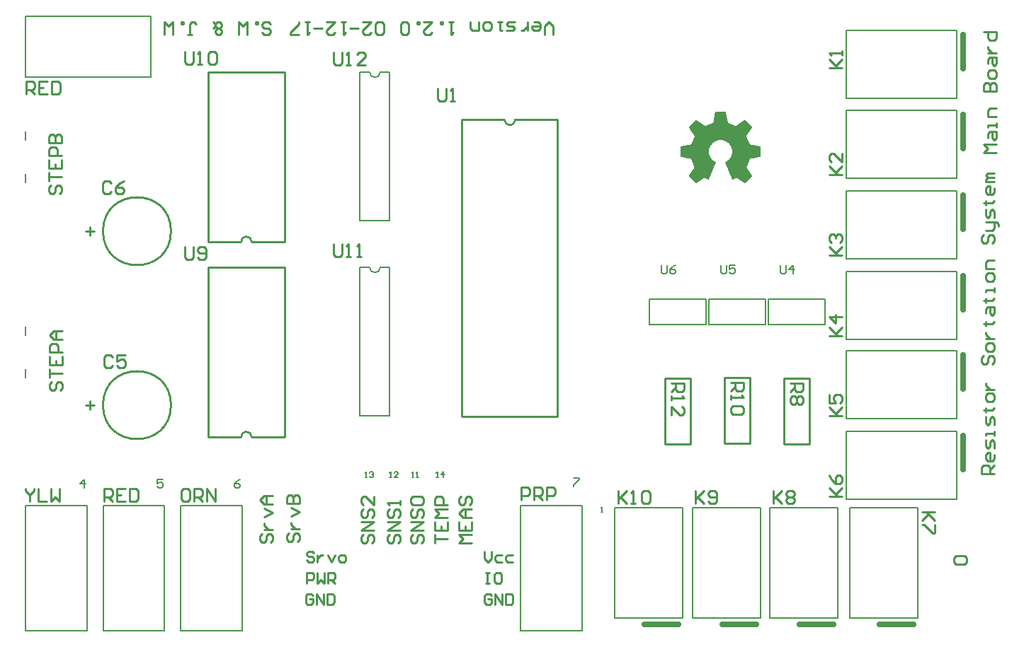
<source format=gto>
G04 Layer_Color=65535*
%FSLAX25Y25*%
%MOIN*%
G70*
G01*
G75*
%ADD19C,0.02500*%
%ADD52C,0.00500*%
%ADD53C,0.01000*%
G36*
X432123Y347209D02*
Y347133D01*
X432198D01*
Y347058D01*
Y346982D01*
Y346907D01*
Y346831D01*
Y346756D01*
Y346680D01*
Y346605D01*
Y346529D01*
X432274D01*
Y346454D01*
Y346378D01*
X432349D01*
Y346303D01*
Y346227D01*
Y346152D01*
Y346076D01*
Y346001D01*
Y345925D01*
Y345850D01*
X432424D01*
Y345775D01*
Y345699D01*
Y345624D01*
Y345548D01*
X432500D01*
Y345473D01*
Y345397D01*
Y345322D01*
Y345246D01*
Y345171D01*
Y345095D01*
Y345020D01*
X432576D01*
Y344944D01*
Y344869D01*
Y344793D01*
Y344718D01*
Y344642D01*
X432651D01*
Y344567D01*
Y344492D01*
Y344416D01*
Y344341D01*
Y344265D01*
X432726D01*
Y344190D01*
Y344114D01*
Y344039D01*
X432802D01*
Y343963D01*
Y343888D01*
Y343812D01*
Y343737D01*
Y343661D01*
Y343586D01*
Y343510D01*
X432877D01*
Y343435D01*
Y343359D01*
Y343284D01*
X432953D01*
Y343208D01*
Y343133D01*
Y343057D01*
Y342982D01*
Y342907D01*
Y342831D01*
X433028D01*
Y342756D01*
Y342680D01*
Y342605D01*
Y342529D01*
Y342454D01*
Y342378D01*
X433104D01*
Y342303D01*
Y342227D01*
X433179D01*
Y342152D01*
Y342076D01*
X433406D01*
Y342001D01*
X433481D01*
Y341925D01*
X433708D01*
Y341850D01*
X433858D01*
Y341774D01*
X434085D01*
Y341699D01*
X434236D01*
Y341623D01*
X434387D01*
Y341548D01*
X434613D01*
Y341473D01*
X434840D01*
Y341397D01*
X434991D01*
Y341322D01*
X435142D01*
Y341246D01*
X435293D01*
Y341171D01*
X435519D01*
Y341095D01*
X435670D01*
Y341020D01*
X435896D01*
Y340944D01*
X436047D01*
Y340869D01*
X436274D01*
Y340793D01*
X436500D01*
Y340718D01*
X436576D01*
Y340642D01*
X437029D01*
Y340718D01*
X437104D01*
Y340793D01*
X437255D01*
Y340869D01*
X437406D01*
Y340944D01*
X437481D01*
Y341020D01*
X437557D01*
Y341095D01*
X437708D01*
Y341171D01*
X437783D01*
Y341246D01*
X437934D01*
Y341322D01*
X438010D01*
Y341397D01*
X438085D01*
Y341473D01*
X438236D01*
Y341548D01*
X438387D01*
Y341623D01*
X438462D01*
Y341699D01*
X438538D01*
Y341774D01*
X438689D01*
Y341850D01*
X438764D01*
Y341925D01*
X438915D01*
Y342001D01*
X438991D01*
Y342076D01*
X439066D01*
Y342152D01*
X439217D01*
Y342227D01*
X439368D01*
Y342303D01*
X439444D01*
Y342378D01*
X439519D01*
Y342454D01*
X439670D01*
Y342529D01*
X439746D01*
Y342605D01*
X439896D01*
Y342680D01*
X439972D01*
Y342756D01*
X440123D01*
Y342831D01*
X440198D01*
Y342907D01*
X440274D01*
Y342982D01*
X440425D01*
Y343057D01*
X440500D01*
Y343133D01*
X440651D01*
Y343208D01*
X440802D01*
Y343284D01*
X440878D01*
Y343359D01*
X441029D01*
Y343435D01*
X441331D01*
Y343359D01*
X441406D01*
Y343284D01*
X441481D01*
Y343208D01*
X441557D01*
Y343133D01*
X441633D01*
Y343057D01*
X441708D01*
Y342982D01*
X441783D01*
Y342907D01*
X441859D01*
Y342831D01*
X441934D01*
Y342756D01*
X442010D01*
Y342680D01*
X442085D01*
Y342605D01*
X442161D01*
Y342529D01*
X442236D01*
Y342454D01*
X442312D01*
Y342378D01*
X442387D01*
Y342303D01*
X442463D01*
Y342227D01*
X442538D01*
Y342152D01*
X442614D01*
Y342076D01*
X442689D01*
Y342001D01*
X442765D01*
Y341925D01*
X442840D01*
Y341850D01*
X442915D01*
Y341774D01*
X442991D01*
Y341699D01*
X443067D01*
Y341623D01*
X443142D01*
Y341548D01*
X443217D01*
Y341473D01*
X443293D01*
Y341397D01*
X443368D01*
Y341322D01*
X443444D01*
Y341246D01*
X443519D01*
Y341171D01*
X443595D01*
Y341095D01*
X443670D01*
Y341020D01*
X443746D01*
Y340944D01*
X443821D01*
Y340869D01*
X443897D01*
Y340793D01*
X443972D01*
Y340718D01*
X444048D01*
Y340642D01*
X444123D01*
Y340567D01*
X444199D01*
Y340491D01*
X444274D01*
Y340416D01*
X444350D01*
Y340340D01*
X444425D01*
Y340265D01*
X444500D01*
Y340189D01*
X444576D01*
Y340114D01*
X444652D01*
Y340038D01*
Y339963D01*
X444576D01*
Y339888D01*
Y339812D01*
X444500D01*
Y339737D01*
Y339661D01*
X444425D01*
Y339586D01*
X444350D01*
Y339510D01*
X444274D01*
Y339435D01*
Y339359D01*
X444199D01*
Y339284D01*
X444123D01*
Y339208D01*
Y339133D01*
X444048D01*
Y339057D01*
Y338982D01*
X443972D01*
Y338906D01*
X443897D01*
Y338831D01*
X443821D01*
Y338755D01*
Y338680D01*
X443746D01*
Y338604D01*
X443670D01*
Y338529D01*
Y338454D01*
X443595D01*
Y338378D01*
X443519D01*
Y338303D01*
X443444D01*
Y338227D01*
Y338152D01*
X443368D01*
Y338076D01*
X443293D01*
Y338001D01*
X443217D01*
Y337925D01*
Y337850D01*
X443142D01*
Y337774D01*
Y337699D01*
X443067D01*
Y337623D01*
X442991D01*
Y337548D01*
Y337472D01*
X442915D01*
Y337397D01*
Y337321D01*
X442840D01*
Y337246D01*
X442765D01*
Y337170D01*
X442689D01*
Y337095D01*
X442614D01*
Y337019D01*
Y336944D01*
X442538D01*
Y336869D01*
X442463D01*
Y336793D01*
Y336718D01*
X442387D01*
Y336642D01*
X442312D01*
Y336567D01*
Y336491D01*
X442236D01*
Y336416D01*
X442161D01*
Y336340D01*
X442085D01*
Y336265D01*
Y336189D01*
X442010D01*
Y336114D01*
Y336038D01*
X441934D01*
Y335963D01*
X441859D01*
Y335887D01*
Y335812D01*
Y335736D01*
Y335661D01*
Y335585D01*
Y335510D01*
X441934D01*
Y335435D01*
X442010D01*
Y335359D01*
Y335284D01*
Y335208D01*
X442085D01*
Y335133D01*
Y335057D01*
Y334982D01*
X442161D01*
Y334906D01*
Y334831D01*
Y334755D01*
X442236D01*
Y334680D01*
Y334604D01*
X442312D01*
Y334529D01*
Y334453D01*
X442387D01*
Y334378D01*
Y334302D01*
Y334227D01*
X442463D01*
Y334152D01*
Y334076D01*
X442538D01*
Y334000D01*
Y333925D01*
X442614D01*
Y333850D01*
Y333774D01*
X442689D01*
Y333699D01*
Y333623D01*
X442765D01*
Y333548D01*
Y333472D01*
Y333397D01*
X442840D01*
Y333321D01*
X442915D01*
Y333246D01*
Y333170D01*
Y333095D01*
X442991D01*
Y333019D01*
Y332944D01*
Y332868D01*
X443067D01*
Y332793D01*
Y332717D01*
Y332642D01*
X443142D01*
Y332566D01*
Y332491D01*
X443217D01*
Y332416D01*
Y332340D01*
X443293D01*
Y332265D01*
Y332189D01*
X443368D01*
Y332114D01*
Y332038D01*
X443444D01*
Y331963D01*
X443595D01*
Y331887D01*
X443897D01*
Y331812D01*
X444199D01*
Y331736D01*
X444727D01*
Y331661D01*
X444953D01*
Y331585D01*
X445482D01*
Y331510D01*
X445859D01*
Y331434D01*
X446236D01*
Y331359D01*
X446614D01*
Y331283D01*
X446991D01*
Y331208D01*
X447519D01*
Y331133D01*
X447670D01*
Y331057D01*
X448274D01*
Y330981D01*
X448425D01*
Y330906D01*
Y330831D01*
Y330755D01*
Y330680D01*
Y330604D01*
Y330529D01*
Y330453D01*
Y330378D01*
Y330302D01*
Y330227D01*
Y330151D01*
Y330076D01*
Y330000D01*
Y329925D01*
Y329849D01*
Y329774D01*
Y329698D01*
Y329623D01*
Y329548D01*
Y329472D01*
Y329397D01*
Y329321D01*
Y329246D01*
Y329170D01*
Y329095D01*
Y329019D01*
Y328944D01*
Y328868D01*
Y328793D01*
Y328717D01*
Y328642D01*
Y328566D01*
Y328491D01*
Y328415D01*
Y328340D01*
Y328264D01*
Y328189D01*
Y328114D01*
Y328038D01*
Y327962D01*
Y327887D01*
Y327812D01*
Y327736D01*
Y327661D01*
Y327585D01*
Y327510D01*
Y327434D01*
Y327359D01*
Y327283D01*
Y327208D01*
Y327132D01*
Y327057D01*
Y326981D01*
Y326906D01*
Y326830D01*
Y326755D01*
Y326679D01*
Y326604D01*
Y326529D01*
Y326453D01*
Y326378D01*
Y326302D01*
Y326227D01*
Y326151D01*
Y326076D01*
X448350D01*
Y326000D01*
X447972D01*
Y325925D01*
X447670D01*
Y325849D01*
X447142D01*
Y325774D01*
X446840D01*
Y325698D01*
X446463D01*
Y325623D01*
X445859D01*
Y325547D01*
X445784D01*
Y325472D01*
X445255D01*
Y325396D01*
X444652D01*
Y325321D01*
X444425D01*
Y325245D01*
X443897D01*
Y325170D01*
X443670D01*
Y325095D01*
X443519D01*
Y325019D01*
X443444D01*
Y324943D01*
Y324868D01*
Y324793D01*
X443368D01*
Y324717D01*
Y324642D01*
Y324566D01*
X443293D01*
Y324491D01*
Y324415D01*
X443217D01*
Y324340D01*
Y324264D01*
Y324189D01*
X443142D01*
Y324113D01*
Y324038D01*
X443067D01*
Y323962D01*
Y323887D01*
Y323811D01*
X442991D01*
Y323736D01*
Y323660D01*
Y323585D01*
X442915D01*
Y323510D01*
Y323434D01*
Y323358D01*
X442840D01*
Y323283D01*
Y323208D01*
X442765D01*
Y323132D01*
Y323057D01*
Y322981D01*
X442689D01*
Y322906D01*
X442614D01*
Y322830D01*
Y322755D01*
Y322679D01*
X442538D01*
Y322604D01*
Y322528D01*
X442463D01*
Y322453D01*
Y322377D01*
Y322302D01*
X442387D01*
Y322226D01*
Y322151D01*
X442312D01*
Y322076D01*
Y322000D01*
Y321924D01*
X442236D01*
Y321849D01*
Y321774D01*
X442161D01*
Y321698D01*
Y321623D01*
X442085D01*
Y321547D01*
Y321472D01*
Y321396D01*
Y321321D01*
X442010D01*
Y321245D01*
Y321170D01*
Y321094D01*
Y321019D01*
Y320943D01*
Y320868D01*
X442085D01*
Y320792D01*
Y320717D01*
X442161D01*
Y320641D01*
X442236D01*
Y320566D01*
Y320491D01*
X442312D01*
Y320415D01*
X442387D01*
Y320340D01*
Y320264D01*
X442463D01*
Y320189D01*
X442538D01*
Y320113D01*
Y320038D01*
X442614D01*
Y319962D01*
X442689D01*
Y319887D01*
X442765D01*
Y319811D01*
Y319736D01*
X442840D01*
Y319660D01*
X442915D01*
Y319585D01*
Y319509D01*
X442991D01*
Y319434D01*
X443067D01*
Y319358D01*
Y319283D01*
X443142D01*
Y319207D01*
X443217D01*
Y319132D01*
Y319057D01*
X443293D01*
Y318981D01*
X443368D01*
Y318905D01*
Y318830D01*
X443444D01*
Y318755D01*
X443519D01*
Y318679D01*
X443595D01*
Y318604D01*
Y318528D01*
X443670D01*
Y318453D01*
Y318377D01*
X443746D01*
Y318302D01*
X443821D01*
Y318226D01*
X443897D01*
Y318151D01*
Y318075D01*
X443972D01*
Y318000D01*
X444048D01*
Y317924D01*
Y317849D01*
X444123D01*
Y317773D01*
X444199D01*
Y317698D01*
Y317622D01*
X444274D01*
Y317547D01*
X444350D01*
Y317472D01*
X444425D01*
Y317396D01*
Y317321D01*
X444500D01*
Y317245D01*
X444576D01*
Y317170D01*
Y317094D01*
X444652D01*
Y317019D01*
Y316943D01*
X444576D01*
Y316868D01*
Y316792D01*
X444500D01*
Y316717D01*
X444425D01*
Y316641D01*
X444350D01*
Y316566D01*
X444274D01*
Y316490D01*
X444199D01*
Y316415D01*
X444123D01*
Y316339D01*
X444048D01*
Y316264D01*
X443972D01*
Y316188D01*
X443897D01*
Y316113D01*
X443821D01*
Y316038D01*
X443746D01*
Y315962D01*
X443670D01*
Y315886D01*
X443595D01*
Y315811D01*
X443519D01*
Y315736D01*
X443444D01*
Y315660D01*
X443368D01*
Y315585D01*
X443293D01*
Y315509D01*
X443217D01*
Y315434D01*
X443142D01*
Y315358D01*
X443067D01*
Y315283D01*
X442991D01*
Y315207D01*
X442915D01*
Y315132D01*
X442840D01*
Y315056D01*
X442765D01*
Y314981D01*
X442689D01*
Y314905D01*
X442614D01*
Y314830D01*
X442538D01*
Y314754D01*
X442463D01*
Y314679D01*
X442387D01*
Y314603D01*
X442312D01*
Y314528D01*
X442236D01*
Y314453D01*
X442161D01*
Y314377D01*
X442085D01*
Y314301D01*
X442010D01*
Y314226D01*
X441934D01*
Y314151D01*
X441859D01*
Y314075D01*
X441783D01*
Y314000D01*
X441708D01*
Y313924D01*
X441633D01*
Y313849D01*
X441557D01*
Y313773D01*
X441481D01*
Y313698D01*
X441406D01*
Y313622D01*
X441331D01*
Y313547D01*
X441255D01*
Y313471D01*
X441180D01*
Y313547D01*
X441029D01*
Y313622D01*
X440953D01*
Y313698D01*
X440802D01*
Y313773D01*
X440727D01*
Y313849D01*
X440651D01*
Y313924D01*
X440500D01*
Y314000D01*
X440349D01*
Y314075D01*
X440274D01*
Y314151D01*
X440198D01*
Y314226D01*
X440048D01*
Y314301D01*
X439972D01*
Y314377D01*
X439821D01*
Y314453D01*
X439746D01*
Y314528D01*
X439595D01*
Y314603D01*
X439444D01*
Y314679D01*
X439368D01*
Y314754D01*
X439293D01*
Y314830D01*
X439142D01*
Y314905D01*
X439066D01*
Y314981D01*
X438991D01*
Y315056D01*
X438840D01*
Y315132D01*
X438764D01*
Y315207D01*
X438614D01*
Y315283D01*
X438538D01*
Y315358D01*
X438387D01*
Y315434D01*
X438312D01*
Y315509D01*
X438161D01*
Y315585D01*
X438085D01*
Y315660D01*
X437934D01*
Y315736D01*
X437859D01*
Y315811D01*
X437783D01*
Y315886D01*
X437632D01*
Y315962D01*
X437557D01*
Y316038D01*
X437406D01*
Y316113D01*
X436953D01*
Y316038D01*
X436802D01*
Y315962D01*
X436651D01*
Y315886D01*
X436500D01*
Y315811D01*
X436425D01*
Y315736D01*
X436274D01*
Y315660D01*
X436047D01*
Y315585D01*
X435972D01*
Y315509D01*
X435821D01*
Y315434D01*
X435595D01*
Y315358D01*
X435519D01*
Y315283D01*
X435368D01*
Y315207D01*
X435217D01*
Y315283D01*
Y315358D01*
Y315434D01*
X435142D01*
Y315509D01*
Y315585D01*
Y315660D01*
X435066D01*
Y315736D01*
X434991D01*
Y315811D01*
Y315886D01*
Y315962D01*
Y316038D01*
X434915D01*
Y316113D01*
Y316188D01*
X434840D01*
Y316264D01*
Y316339D01*
X434764D01*
Y316415D01*
Y316490D01*
Y316566D01*
X434689D01*
Y316641D01*
Y316717D01*
X434613D01*
Y316792D01*
Y316868D01*
Y316943D01*
X434538D01*
Y317019D01*
X434462D01*
Y317094D01*
Y317170D01*
Y317245D01*
X434387D01*
Y317321D01*
X434311D01*
Y317396D01*
Y317472D01*
Y317547D01*
X434236D01*
Y317622D01*
Y317698D01*
Y317773D01*
X434160D01*
Y317849D01*
Y317924D01*
Y318000D01*
X434085D01*
Y318075D01*
Y318151D01*
X434010D01*
Y318226D01*
Y318302D01*
Y318377D01*
X433934D01*
Y318453D01*
Y318528D01*
X433858D01*
Y318604D01*
Y318679D01*
Y318755D01*
X433783D01*
Y318830D01*
X433708D01*
Y318905D01*
Y318981D01*
Y319057D01*
X433632D01*
Y319132D01*
Y319207D01*
Y319283D01*
X433557D01*
Y319358D01*
Y319434D01*
X433481D01*
Y319509D01*
Y319585D01*
Y319660D01*
X433406D01*
Y319736D01*
Y319811D01*
X433330D01*
Y319887D01*
Y319962D01*
X433255D01*
Y320038D01*
Y320113D01*
Y320189D01*
X433179D01*
Y320264D01*
Y320340D01*
X433104D01*
Y320415D01*
Y320491D01*
X433028D01*
Y320566D01*
Y320641D01*
X432953D01*
Y320717D01*
Y320792D01*
Y320868D01*
X432877D01*
Y320943D01*
Y321019D01*
X432802D01*
Y321094D01*
Y321170D01*
Y321245D01*
X432726D01*
Y321321D01*
Y321396D01*
Y321472D01*
X432651D01*
Y321547D01*
Y321623D01*
Y321698D01*
X432576D01*
Y321774D01*
Y321849D01*
X432500D01*
Y321924D01*
Y322000D01*
X432424D01*
Y322076D01*
Y322151D01*
X432349D01*
Y322226D01*
Y322302D01*
Y322377D01*
X432274D01*
Y322453D01*
Y322528D01*
X432198D01*
Y322604D01*
Y322679D01*
Y322755D01*
X432123D01*
Y322830D01*
X432047D01*
Y322906D01*
Y322981D01*
Y323057D01*
X431972D01*
Y323132D01*
Y323208D01*
X431896D01*
Y323283D01*
Y323358D01*
Y323434D01*
X431972D01*
Y323510D01*
X432123D01*
Y323585D01*
X432198D01*
Y323660D01*
X432349D01*
Y323736D01*
X432424D01*
Y323811D01*
X432500D01*
Y323887D01*
X432651D01*
Y323962D01*
X432726D01*
Y324038D01*
X432877D01*
Y324113D01*
X432953D01*
Y324189D01*
X433028D01*
Y324264D01*
X433179D01*
Y324340D01*
X433255D01*
Y324415D01*
X433330D01*
Y324491D01*
Y324566D01*
X433481D01*
Y324642D01*
X433557D01*
Y324717D01*
X433632D01*
Y324793D01*
X433708D01*
Y324868D01*
X433783D01*
Y324943D01*
X433858D01*
Y325019D01*
Y325095D01*
X433934D01*
Y325170D01*
X434010D01*
Y325245D01*
X434085D01*
Y325321D01*
X434160D01*
Y325396D01*
Y325472D01*
Y325547D01*
X434236D01*
Y325623D01*
X434311D01*
Y325698D01*
Y325774D01*
X434387D01*
Y325849D01*
X434462D01*
Y325925D01*
Y326000D01*
X434538D01*
Y326076D01*
Y326151D01*
X434613D01*
Y326227D01*
Y326302D01*
X434689D01*
Y326378D01*
X434764D01*
Y326453D01*
Y326529D01*
Y326604D01*
Y326679D01*
X434840D01*
Y326755D01*
Y326830D01*
X434915D01*
Y326906D01*
Y326981D01*
Y327057D01*
Y327132D01*
X434991D01*
Y327208D01*
Y327283D01*
Y327359D01*
Y327434D01*
X435066D01*
Y327510D01*
Y327585D01*
Y327661D01*
Y327736D01*
Y327812D01*
Y327887D01*
Y327962D01*
Y328038D01*
X435142D01*
Y328114D01*
Y328189D01*
Y328264D01*
Y328340D01*
Y328415D01*
Y328491D01*
Y328566D01*
Y328642D01*
Y328717D01*
Y328793D01*
Y328868D01*
Y328944D01*
X435066D01*
Y329019D01*
Y329095D01*
Y329170D01*
Y329246D01*
Y329321D01*
Y329397D01*
Y329472D01*
Y329548D01*
Y329623D01*
X434991D01*
Y329698D01*
Y329774D01*
Y329849D01*
X434915D01*
Y329925D01*
Y330000D01*
Y330076D01*
Y330151D01*
X434840D01*
Y330227D01*
Y330302D01*
X434764D01*
Y330378D01*
Y330453D01*
Y330529D01*
Y330604D01*
X434689D01*
Y330680D01*
Y330755D01*
X434613D01*
Y330831D01*
X434538D01*
Y330906D01*
Y330981D01*
X434462D01*
Y331057D01*
Y331133D01*
X434387D01*
Y331208D01*
X434311D01*
Y331283D01*
Y331359D01*
X434236D01*
Y331434D01*
Y331510D01*
X434160D01*
Y331585D01*
Y331661D01*
X434085D01*
Y331736D01*
X434010D01*
Y331812D01*
X433934D01*
Y331887D01*
X433858D01*
Y331963D01*
Y332038D01*
X433783D01*
Y332114D01*
X433708D01*
Y332189D01*
X433632D01*
Y332265D01*
X433557D01*
Y332340D01*
X433481D01*
Y332416D01*
X433406D01*
Y332491D01*
X433330D01*
Y332566D01*
X433255D01*
Y332642D01*
X433179D01*
Y332717D01*
X433028D01*
Y332793D01*
X432877D01*
Y332868D01*
X432802D01*
Y332944D01*
X432726D01*
Y333019D01*
X432576D01*
Y333095D01*
X432500D01*
Y333170D01*
X432349D01*
Y333246D01*
X432274D01*
Y333321D01*
X432123D01*
Y333397D01*
X431896D01*
Y333472D01*
X431821D01*
Y333548D01*
X431594D01*
Y333623D01*
X431368D01*
Y333699D01*
X431066D01*
Y333774D01*
X430839D01*
Y333850D01*
X430311D01*
Y333925D01*
X429028D01*
Y333850D01*
X428424D01*
Y333774D01*
X428273D01*
Y333699D01*
X427972D01*
Y333623D01*
X427745D01*
Y333548D01*
X427519D01*
Y333472D01*
X427443D01*
Y333397D01*
X427217D01*
Y333321D01*
X427066D01*
Y333246D01*
X426990D01*
Y333170D01*
X426839D01*
Y333095D01*
X426764D01*
Y333019D01*
X426613D01*
Y332944D01*
X426462D01*
Y332868D01*
X426386D01*
Y332793D01*
X426311D01*
Y332717D01*
X426160D01*
Y332642D01*
X426085D01*
Y332566D01*
X426009D01*
Y332491D01*
X425934D01*
Y332416D01*
X425858D01*
Y332340D01*
X425783D01*
Y332265D01*
X425707D01*
Y332189D01*
Y332114D01*
X425632D01*
Y332038D01*
X425556D01*
Y331963D01*
X425481D01*
Y331887D01*
X425405D01*
Y331812D01*
X425330D01*
Y331736D01*
X425254D01*
Y331661D01*
Y331585D01*
X425179D01*
Y331510D01*
X425103D01*
Y331434D01*
X425028D01*
Y331359D01*
Y331283D01*
X424953D01*
Y331208D01*
Y331133D01*
X424877D01*
Y331057D01*
X424802D01*
Y330981D01*
Y330906D01*
Y330831D01*
X424726D01*
Y330755D01*
X424651D01*
Y330680D01*
Y330604D01*
Y330529D01*
X424575D01*
Y330453D01*
Y330378D01*
Y330302D01*
Y330227D01*
X424500D01*
Y330151D01*
Y330076D01*
Y330000D01*
X424424D01*
Y329925D01*
Y329849D01*
X424349D01*
Y329774D01*
Y329698D01*
Y329623D01*
Y329548D01*
Y329472D01*
Y329397D01*
X424273D01*
Y329321D01*
Y329246D01*
Y329170D01*
Y329095D01*
Y329019D01*
X424198D01*
Y328944D01*
Y328868D01*
Y328793D01*
Y328717D01*
Y328642D01*
Y328566D01*
Y328491D01*
Y328415D01*
Y328340D01*
Y328264D01*
Y328189D01*
Y328114D01*
Y328038D01*
X424273D01*
Y327962D01*
Y327887D01*
Y327812D01*
Y327736D01*
Y327661D01*
Y327585D01*
X424349D01*
Y327510D01*
Y327434D01*
Y327359D01*
Y327283D01*
Y327208D01*
Y327132D01*
X424424D01*
Y327057D01*
Y326981D01*
X424500D01*
Y326906D01*
Y326830D01*
Y326755D01*
X424575D01*
Y326679D01*
Y326604D01*
Y326529D01*
Y326453D01*
X424651D01*
Y326378D01*
Y326302D01*
Y326227D01*
X424726D01*
Y326151D01*
X424802D01*
Y326076D01*
Y326000D01*
Y325925D01*
X424877D01*
Y325849D01*
Y325774D01*
X424953D01*
Y325698D01*
X425028D01*
Y325623D01*
Y325547D01*
X425103D01*
Y325472D01*
X425179D01*
Y325396D01*
Y325321D01*
X425254D01*
Y325245D01*
X425330D01*
Y325170D01*
X425405D01*
Y325095D01*
X425481D01*
Y325019D01*
Y324943D01*
X425556D01*
Y324868D01*
X425632D01*
Y324793D01*
X425707D01*
Y324717D01*
X425783D01*
Y324642D01*
X425858D01*
Y324566D01*
X425934D01*
Y324491D01*
X426009D01*
Y324415D01*
X426085D01*
Y324340D01*
X426160D01*
Y324264D01*
X426311D01*
Y324189D01*
X426386D01*
Y324113D01*
X426462D01*
Y324038D01*
X426613D01*
Y323962D01*
X426688D01*
Y323887D01*
X426764D01*
Y323811D01*
X426915D01*
Y323736D01*
X426990D01*
Y323660D01*
X427141D01*
Y323585D01*
X427217D01*
Y323510D01*
X427368D01*
Y323434D01*
X427443D01*
Y323358D01*
Y323283D01*
X427368D01*
Y323208D01*
Y323132D01*
X427292D01*
Y323057D01*
Y322981D01*
Y322906D01*
X427217D01*
Y322830D01*
Y322755D01*
Y322679D01*
X427141D01*
Y322604D01*
X427066D01*
Y322528D01*
Y322453D01*
Y322377D01*
Y322302D01*
X426990D01*
Y322226D01*
Y322151D01*
X426915D01*
Y322076D01*
Y322000D01*
X426839D01*
Y321924D01*
Y321849D01*
X426764D01*
Y321774D01*
Y321698D01*
Y321623D01*
X426688D01*
Y321547D01*
Y321472D01*
X426613D01*
Y321396D01*
Y321321D01*
X426538D01*
Y321245D01*
Y321170D01*
Y321094D01*
X426462D01*
Y321019D01*
Y320943D01*
X426386D01*
Y320868D01*
Y320792D01*
Y320717D01*
X426311D01*
Y320641D01*
Y320566D01*
X426236D01*
Y320491D01*
Y320415D01*
Y320340D01*
X426160D01*
Y320264D01*
Y320189D01*
X426085D01*
Y320113D01*
Y320038D01*
Y319962D01*
X426009D01*
Y319887D01*
X425934D01*
Y319811D01*
Y319736D01*
Y319660D01*
X425858D01*
Y319585D01*
Y319509D01*
Y319434D01*
X425783D01*
Y319358D01*
Y319283D01*
X425707D01*
Y319207D01*
Y319132D01*
Y319057D01*
X425632D01*
Y318981D01*
Y318905D01*
X425556D01*
Y318830D01*
Y318755D01*
Y318679D01*
X425481D01*
Y318604D01*
Y318528D01*
Y318453D01*
X425405D01*
Y318377D01*
X425330D01*
Y318302D01*
Y318226D01*
Y318151D01*
X425254D01*
Y318075D01*
Y318000D01*
X425179D01*
Y317924D01*
Y317849D01*
X425103D01*
Y317773D01*
Y317698D01*
X425028D01*
Y317622D01*
Y317547D01*
Y317472D01*
X424953D01*
Y317396D01*
Y317321D01*
X424877D01*
Y317245D01*
Y317170D01*
Y317094D01*
X424802D01*
Y317019D01*
Y316943D01*
Y316868D01*
X424726D01*
Y316792D01*
X424651D01*
Y316717D01*
Y316641D01*
Y316566D01*
Y316490D01*
X424575D01*
Y316415D01*
Y316339D01*
X424500D01*
Y316264D01*
Y316188D01*
Y316113D01*
X424424D01*
Y316038D01*
Y315962D01*
X424349D01*
Y315886D01*
Y315811D01*
Y315736D01*
X424273D01*
Y315660D01*
X424198D01*
Y315585D01*
Y315509D01*
Y315434D01*
X424122D01*
Y315358D01*
Y315283D01*
X424047D01*
Y315207D01*
X423971D01*
Y315283D01*
X423820D01*
Y315358D01*
X423669D01*
Y315434D01*
X423519D01*
Y315509D01*
X423368D01*
Y315585D01*
X423217D01*
Y315660D01*
X423066D01*
Y315736D01*
X422990D01*
Y315811D01*
X422839D01*
Y315886D01*
X422688D01*
Y315962D01*
X422537D01*
Y316038D01*
X422386D01*
Y316113D01*
X421934D01*
Y316038D01*
X421783D01*
Y315962D01*
X421707D01*
Y315886D01*
X421632D01*
Y315811D01*
X421481D01*
Y315736D01*
X421330D01*
Y315660D01*
X421254D01*
Y315585D01*
X421179D01*
Y315509D01*
X421028D01*
Y315434D01*
X420952D01*
Y315358D01*
X420801D01*
Y315283D01*
X420726D01*
Y315207D01*
X420575D01*
Y315132D01*
X420500D01*
Y315056D01*
X420349D01*
Y314981D01*
X420273D01*
Y314905D01*
X420122D01*
Y314830D01*
X420047D01*
Y314754D01*
X419971D01*
Y314679D01*
X419896D01*
Y314603D01*
X419745D01*
Y314528D01*
X419594D01*
Y314453D01*
X419518D01*
Y314377D01*
X419367D01*
Y314301D01*
X419292D01*
Y314226D01*
X419141D01*
Y314151D01*
X419066D01*
Y314075D01*
X418915D01*
Y314000D01*
X418839D01*
Y313924D01*
X418764D01*
Y313849D01*
X418613D01*
Y313773D01*
X418537D01*
Y313698D01*
X418462D01*
Y313622D01*
X418311D01*
Y313547D01*
X418009D01*
Y313622D01*
X417933D01*
Y313698D01*
X417858D01*
Y313773D01*
X417782D01*
Y313849D01*
X417707D01*
Y313924D01*
X417631D01*
Y314000D01*
X417556D01*
Y314075D01*
X417481D01*
Y314151D01*
X417405D01*
Y314226D01*
X417330D01*
Y314301D01*
X417254D01*
Y314377D01*
X417179D01*
Y314453D01*
X417103D01*
Y314528D01*
X417028D01*
Y314603D01*
X416952D01*
Y314679D01*
X416877D01*
Y314754D01*
X416801D01*
Y314830D01*
X416726D01*
Y314905D01*
X416650D01*
Y314981D01*
X416575D01*
Y315056D01*
Y315132D01*
X416424D01*
Y315207D01*
X416348D01*
Y315283D01*
X416273D01*
Y315358D01*
X416197D01*
Y315434D01*
X416122D01*
Y315509D01*
X416046D01*
Y315585D01*
X415971D01*
Y315660D01*
X415896D01*
Y315736D01*
X415820D01*
Y315811D01*
X415745D01*
Y315886D01*
X415669D01*
Y315962D01*
X415594D01*
Y316038D01*
X415518D01*
Y316113D01*
X415443D01*
Y316188D01*
X415367D01*
Y316264D01*
X415292D01*
Y316339D01*
X415216D01*
Y316415D01*
X415141D01*
Y316490D01*
X415065D01*
Y316566D01*
X414990D01*
Y316641D01*
X414914D01*
Y316717D01*
X414839D01*
Y316792D01*
X414763D01*
Y316868D01*
X414688D01*
Y316943D01*
X414612D01*
Y317019D01*
X414688D01*
Y317094D01*
X414763D01*
Y317170D01*
Y317245D01*
X414839D01*
Y317321D01*
X414914D01*
Y317396D01*
Y317472D01*
X414990D01*
Y317547D01*
X415065D01*
Y317622D01*
X415141D01*
Y317698D01*
Y317773D01*
X415216D01*
Y317849D01*
X415292D01*
Y317924D01*
Y318000D01*
X415367D01*
Y318075D01*
X415443D01*
Y318151D01*
Y318226D01*
X415518D01*
Y318302D01*
X415594D01*
Y318377D01*
Y318453D01*
X415669D01*
Y318528D01*
X415745D01*
Y318604D01*
Y318679D01*
X415820D01*
Y318755D01*
X415896D01*
Y318830D01*
Y318905D01*
X415971D01*
Y318981D01*
X416046D01*
Y319057D01*
Y319132D01*
X416122D01*
Y319207D01*
X416197D01*
Y319283D01*
X416273D01*
Y319358D01*
X416348D01*
Y319434D01*
Y319509D01*
X416424D01*
Y319585D01*
Y319660D01*
X416499D01*
Y319736D01*
X416575D01*
Y319811D01*
Y319887D01*
X416650D01*
Y319962D01*
X416726D01*
Y320038D01*
X416801D01*
Y320113D01*
Y320189D01*
Y320264D01*
X416877D01*
Y320340D01*
X416952D01*
Y320415D01*
X417028D01*
Y320491D01*
Y320566D01*
X417103D01*
Y320641D01*
X417179D01*
Y320717D01*
X417254D01*
Y320792D01*
Y320868D01*
X417330D01*
Y320943D01*
Y321019D01*
Y321094D01*
Y321170D01*
Y321245D01*
Y321321D01*
Y321396D01*
X417254D01*
Y321472D01*
X417179D01*
Y321547D01*
Y321623D01*
Y321698D01*
X417103D01*
Y321774D01*
Y321849D01*
X417028D01*
Y321924D01*
Y322000D01*
Y322076D01*
X416952D01*
Y322151D01*
Y322226D01*
Y322302D01*
X416877D01*
Y322377D01*
Y322453D01*
X416801D01*
Y322528D01*
Y322604D01*
Y322679D01*
X416726D01*
Y322755D01*
Y322830D01*
Y322906D01*
X416650D01*
Y322981D01*
Y323057D01*
X416575D01*
Y323132D01*
Y323208D01*
Y323283D01*
X416499D01*
Y323358D01*
Y323434D01*
X416424D01*
Y323510D01*
Y323585D01*
Y323660D01*
X416348D01*
Y323736D01*
Y323811D01*
X416273D01*
Y323887D01*
Y323962D01*
Y324038D01*
X416197D01*
Y324113D01*
X416122D01*
Y324189D01*
Y324264D01*
Y324340D01*
X416046D01*
Y324415D01*
Y324491D01*
Y324566D01*
X415971D01*
Y324642D01*
X415896D01*
Y324717D01*
Y324793D01*
Y324868D01*
X415820D01*
Y324943D01*
Y325019D01*
X415745D01*
Y325095D01*
X415594D01*
Y325170D01*
X415443D01*
Y325245D01*
X414914D01*
Y325321D01*
X414688D01*
Y325396D01*
X414084D01*
Y325472D01*
X413556D01*
Y325547D01*
X413480D01*
Y325623D01*
X412877D01*
Y325698D01*
X412499D01*
Y325774D01*
X412122D01*
Y325849D01*
X411669D01*
Y325925D01*
X411367D01*
Y326000D01*
X410914D01*
Y326076D01*
Y326151D01*
Y326227D01*
Y326302D01*
Y326378D01*
Y326453D01*
Y326529D01*
Y326604D01*
Y326679D01*
Y326755D01*
Y326830D01*
Y326906D01*
Y326981D01*
Y327057D01*
Y327132D01*
Y327208D01*
Y327283D01*
Y327359D01*
Y327434D01*
Y327510D01*
Y327585D01*
Y327661D01*
Y327736D01*
Y327812D01*
Y327887D01*
Y327962D01*
Y328038D01*
Y328114D01*
Y328189D01*
Y328264D01*
Y328340D01*
Y328415D01*
Y328491D01*
Y328566D01*
Y328642D01*
Y328717D01*
Y328793D01*
Y328868D01*
Y328944D01*
Y329019D01*
Y329095D01*
Y329170D01*
Y329246D01*
Y329321D01*
Y329397D01*
Y329472D01*
Y329548D01*
Y329623D01*
Y329698D01*
Y329774D01*
Y329849D01*
Y329925D01*
Y330000D01*
Y330076D01*
Y330151D01*
Y330227D01*
Y330302D01*
Y330378D01*
Y330453D01*
Y330529D01*
Y330604D01*
Y330680D01*
Y330755D01*
Y330831D01*
Y330906D01*
Y330981D01*
X411141D01*
Y331057D01*
X411669D01*
Y331133D01*
X411820D01*
Y331208D01*
X412348D01*
Y331283D01*
X412726D01*
Y331359D01*
X413103D01*
Y331434D01*
X413480D01*
Y331510D01*
X413858D01*
Y331585D01*
X414386D01*
Y331661D01*
X414612D01*
Y331736D01*
X415141D01*
Y331812D01*
X415443D01*
Y331887D01*
X415745D01*
Y331963D01*
X415820D01*
Y332038D01*
X415896D01*
Y332114D01*
X415971D01*
Y332189D01*
X416046D01*
Y332265D01*
Y332340D01*
Y332416D01*
X416122D01*
Y332491D01*
Y332566D01*
X416197D01*
Y332642D01*
Y332717D01*
X416273D01*
Y332793D01*
Y332868D01*
X416348D01*
Y332944D01*
Y333019D01*
X416424D01*
Y333095D01*
Y333170D01*
Y333246D01*
X416499D01*
Y333321D01*
X416575D01*
Y333397D01*
Y333472D01*
Y333548D01*
X416650D01*
Y333623D01*
Y333699D01*
X416726D01*
Y333774D01*
Y333850D01*
Y333925D01*
X416801D01*
Y334000D01*
Y334076D01*
Y334152D01*
X416877D01*
Y334227D01*
Y334302D01*
X416952D01*
Y334378D01*
Y334453D01*
Y334529D01*
X417028D01*
Y334604D01*
Y334680D01*
Y334755D01*
X417103D01*
Y334831D01*
X417179D01*
Y334906D01*
Y334982D01*
Y335057D01*
X417254D01*
Y335133D01*
X417330D01*
Y335208D01*
Y335284D01*
Y335359D01*
X417405D01*
Y335435D01*
Y335510D01*
X417481D01*
Y335585D01*
Y335661D01*
Y335736D01*
Y335812D01*
Y335887D01*
Y335963D01*
X417405D01*
Y336038D01*
X417330D01*
Y336114D01*
Y336189D01*
X417254D01*
Y336265D01*
X417179D01*
Y336340D01*
Y336416D01*
X417028D01*
Y336491D01*
Y336567D01*
X416952D01*
Y336642D01*
Y336718D01*
X416877D01*
Y336793D01*
X416801D01*
Y336869D01*
Y336944D01*
X416726D01*
Y337019D01*
Y337095D01*
X416650D01*
Y337170D01*
X416575D01*
Y337246D01*
Y337321D01*
X416499D01*
Y337397D01*
X416424D01*
Y337472D01*
X416348D01*
Y337548D01*
Y337623D01*
X416273D01*
Y337699D01*
X416197D01*
Y337774D01*
Y337850D01*
X416122D01*
Y337925D01*
X416046D01*
Y338001D01*
X415971D01*
Y338076D01*
Y338152D01*
X415896D01*
Y338227D01*
X415820D01*
Y338303D01*
Y338378D01*
X415745D01*
Y338454D01*
X415669D01*
Y338529D01*
Y338604D01*
X415594D01*
Y338680D01*
X415518D01*
Y338755D01*
Y338831D01*
X415443D01*
Y338906D01*
X415367D01*
Y338982D01*
X415292D01*
Y339057D01*
Y339133D01*
X415216D01*
Y339208D01*
Y339284D01*
X415141D01*
Y339359D01*
X415065D01*
Y339435D01*
Y339510D01*
X414990D01*
Y339586D01*
X414914D01*
Y339661D01*
X414839D01*
Y339737D01*
Y339812D01*
X414763D01*
Y339888D01*
Y339963D01*
X414612D01*
Y340038D01*
X414688D01*
Y340114D01*
X414763D01*
Y340189D01*
X414839D01*
Y340265D01*
X414914D01*
Y340340D01*
X414990D01*
Y340416D01*
X415065D01*
Y340491D01*
X415141D01*
Y340567D01*
X415216D01*
Y340642D01*
X415292D01*
Y340718D01*
X415367D01*
Y340793D01*
X415443D01*
Y340869D01*
X415518D01*
Y340944D01*
X415594D01*
Y341020D01*
X415669D01*
Y341095D01*
X415745D01*
Y341171D01*
X415820D01*
Y341246D01*
X415896D01*
Y341322D01*
X415971D01*
Y341397D01*
Y341473D01*
X416122D01*
Y341548D01*
X416197D01*
Y341623D01*
X416273D01*
Y341699D01*
X416348D01*
Y341774D01*
X416424D01*
Y341850D01*
X416499D01*
Y341925D01*
X416575D01*
Y342001D01*
X416650D01*
Y342076D01*
X416726D01*
Y342152D01*
X416801D01*
Y342227D01*
X416877D01*
Y342303D01*
X416952D01*
Y342378D01*
X417028D01*
Y342454D01*
X417103D01*
Y342529D01*
X417179D01*
Y342605D01*
X417254D01*
Y342680D01*
X417330D01*
Y342756D01*
X417405D01*
Y342831D01*
X417481D01*
Y342907D01*
X417556D01*
Y342982D01*
X417631D01*
Y343057D01*
X417707D01*
Y343133D01*
X417782D01*
Y343208D01*
X417858D01*
Y343284D01*
X417933D01*
Y343359D01*
X418009D01*
Y343435D01*
X418311D01*
Y343359D01*
X418462D01*
Y343284D01*
X418613D01*
Y343208D01*
X418688D01*
Y343133D01*
X418764D01*
Y343057D01*
X418915D01*
Y342982D01*
X419066D01*
Y342907D01*
X419141D01*
Y342831D01*
X419216D01*
Y342756D01*
X419367D01*
Y342680D01*
X419443D01*
Y342605D01*
X419594D01*
Y342529D01*
X419669D01*
Y342454D01*
X419820D01*
Y342378D01*
X419896D01*
Y342303D01*
X419971D01*
Y342227D01*
X420122D01*
Y342152D01*
X420198D01*
Y342076D01*
X420349D01*
Y342001D01*
X420424D01*
Y341925D01*
X420575D01*
Y341850D01*
X420650D01*
Y341774D01*
X420801D01*
Y341699D01*
X420877D01*
Y341623D01*
X420952D01*
Y341548D01*
X421103D01*
Y341473D01*
X421254D01*
Y341397D01*
X421330D01*
Y341322D01*
X421481D01*
Y341246D01*
X421556D01*
Y341171D01*
X421632D01*
Y341095D01*
X421707D01*
Y341020D01*
X421858D01*
Y340944D01*
X421934D01*
Y340869D01*
X422085D01*
Y340793D01*
X422235D01*
Y340718D01*
X422311D01*
Y340642D01*
X422764D01*
Y340718D01*
X422839D01*
Y340793D01*
X423066D01*
Y340869D01*
X423292D01*
Y340944D01*
X423443D01*
Y341020D01*
X423669D01*
Y341095D01*
X423820D01*
Y341171D01*
X423971D01*
Y341246D01*
X424198D01*
Y341322D01*
X424349D01*
Y341397D01*
X424500D01*
Y341473D01*
X424726D01*
Y341548D01*
X424953D01*
Y341623D01*
X425028D01*
Y341699D01*
X425254D01*
Y341774D01*
X425481D01*
Y341850D01*
X425632D01*
Y341925D01*
X425858D01*
Y342001D01*
X425934D01*
Y342076D01*
X426085D01*
Y342152D01*
X426160D01*
Y342227D01*
X426236D01*
Y342303D01*
X426311D01*
Y342378D01*
Y342454D01*
Y342529D01*
Y342605D01*
Y342680D01*
X426386D01*
Y342756D01*
Y342831D01*
Y342907D01*
Y342982D01*
X426462D01*
Y343057D01*
Y343133D01*
Y343208D01*
Y343284D01*
Y343359D01*
Y343435D01*
X426538D01*
Y343510D01*
Y343586D01*
Y343661D01*
Y343737D01*
Y343812D01*
X426613D01*
Y343888D01*
Y343963D01*
Y344039D01*
Y344114D01*
Y344190D01*
Y344265D01*
X426688D01*
Y344341D01*
Y344416D01*
Y344492D01*
Y344567D01*
Y344642D01*
Y344718D01*
Y344793D01*
X426764D01*
Y344869D01*
Y344944D01*
Y345020D01*
Y345095D01*
Y345171D01*
Y345246D01*
Y345322D01*
X426839D01*
Y345397D01*
Y345473D01*
Y345548D01*
X426915D01*
Y345624D01*
Y345699D01*
Y345775D01*
Y345850D01*
Y345925D01*
Y346001D01*
Y346076D01*
X426990D01*
Y346152D01*
Y346227D01*
Y346303D01*
Y346378D01*
Y346454D01*
Y346529D01*
X427066D01*
Y346605D01*
Y346680D01*
X427141D01*
Y346756D01*
Y346831D01*
Y346907D01*
Y346982D01*
Y347058D01*
Y347133D01*
Y347209D01*
X427217D01*
Y347284D01*
X432123D01*
Y347209D01*
D02*
G37*
D19*
X394000Y105500D02*
X410000D01*
X430500D02*
X446500D01*
X467000D02*
X483000D01*
X504500D02*
X520500D01*
X544000Y178500D02*
Y194500D01*
Y216500D02*
Y232500D01*
Y254000D02*
Y270000D01*
Y292000D02*
Y308000D01*
Y330000D02*
Y346000D01*
Y367500D02*
Y383500D01*
D52*
X264500Y366000D02*
G03*
X269500Y366000I2500J0D01*
G01*
X264500Y274000D02*
G03*
X269500Y274000I2500J0D01*
G01*
X380000Y108500D02*
Y160500D01*
X412000Y108500D02*
Y160500D01*
X380000Y108500D02*
X412000D01*
X380000Y160500D02*
X412000D01*
X416500D02*
X448500D01*
X416500Y108500D02*
X448500D01*
Y160500D01*
X416500Y108500D02*
Y160500D01*
X453000Y108500D02*
Y160500D01*
X485000Y108500D02*
Y160500D01*
X453000Y108500D02*
X485000D01*
X453000Y160500D02*
X485000D01*
X490500D02*
X522500D01*
X490500Y108500D02*
X522500D01*
Y160500D01*
X490500Y108500D02*
Y160500D01*
X489000Y164500D02*
X541000D01*
X489000Y196500D02*
X541000D01*
Y164500D02*
Y196500D01*
X489000Y164500D02*
Y196500D01*
Y202500D02*
Y234500D01*
X541000Y202500D02*
Y234500D01*
X489000D02*
X541000D01*
X489000Y202500D02*
X541000D01*
X489000Y240000D02*
X541000D01*
X489000Y272000D02*
X541000D01*
Y240000D02*
Y272000D01*
X489000Y240000D02*
Y272000D01*
Y278000D02*
Y310000D01*
X541000Y278000D02*
Y310000D01*
X489000D02*
X541000D01*
X489000Y278000D02*
X541000D01*
X489000Y316000D02*
X541000D01*
X489000Y348000D02*
X541000D01*
Y316000D02*
Y348000D01*
X489000Y316000D02*
Y348000D01*
Y353500D02*
Y385500D01*
X541000Y353500D02*
Y385500D01*
X489000D02*
X541000D01*
X489000Y353500D02*
X541000D01*
X396300Y247000D02*
X422700D01*
Y259000D01*
X396300Y247000D02*
Y259000D01*
X422700D01*
X424300D02*
X450700D01*
X424300Y247000D02*
Y259000D01*
X450700Y247000D02*
Y259000D01*
X424300Y247000D02*
X450700D01*
X452300D02*
X478700D01*
Y259000D01*
X452300Y247000D02*
Y259000D01*
X478700D01*
X102500Y334000D02*
Y338000D01*
Y314000D02*
Y318000D01*
Y222000D02*
Y226000D01*
Y242000D02*
Y246000D01*
X260000Y296000D02*
Y366000D01*
Y296000D02*
X274000D01*
Y366000D01*
X269500D02*
X274000D01*
X260000D02*
X264500D01*
X260000Y204000D02*
Y274000D01*
Y204000D02*
X274000D01*
Y274000D01*
X269500D02*
X274000D01*
X260000D02*
X264500D01*
X102500Y392398D02*
X161555D01*
Y363500D02*
Y392398D01*
X102500Y363500D02*
Y392398D01*
Y363500D02*
X161555D01*
X335551Y102500D02*
Y161555D01*
X364449D01*
X335551Y102500D02*
X364449D01*
Y161555D01*
X175602Y102500D02*
Y161555D01*
X204500D01*
X175602Y102500D02*
X204500D01*
Y161555D01*
X139102Y102500D02*
Y161555D01*
X168000D01*
X139102Y102500D02*
X168000D01*
Y161555D01*
X102602Y102500D02*
Y161555D01*
X131500D01*
X102602Y102500D02*
X131500D01*
Y161555D01*
X130051Y170000D02*
Y173999D01*
X128051Y171999D01*
X130717D01*
X167050Y173999D02*
X164384D01*
Y171999D01*
X165717Y172666D01*
X166384D01*
X167050Y171999D01*
Y170667D01*
X166384Y170000D01*
X165051D01*
X164384Y170667D01*
X203384Y173999D02*
X202051Y173332D01*
X200718Y171999D01*
Y170667D01*
X201384Y170000D01*
X202717D01*
X203384Y170667D01*
Y171333D01*
X202717Y171999D01*
X200718D01*
X360500Y174794D02*
X363166D01*
Y174127D01*
X360500Y171462D01*
Y170795D01*
X284500Y175000D02*
X285333D01*
X284916D01*
Y177499D01*
X284500Y177083D01*
X286583Y175000D02*
X287416D01*
X286999D01*
Y177499D01*
X286583Y177083D01*
X274000Y175000D02*
X274833D01*
X274416D01*
Y177499D01*
X274000Y177083D01*
X277749Y175000D02*
X276083D01*
X277749Y176666D01*
Y177083D01*
X277332Y177499D01*
X276499D01*
X276083Y177083D01*
X262500Y175000D02*
X263333D01*
X262916D01*
Y177499D01*
X262500Y177083D01*
X264583D02*
X264999Y177499D01*
X265832D01*
X266249Y177083D01*
Y176666D01*
X265832Y176250D01*
X265416D01*
X265832D01*
X266249Y175833D01*
Y175417D01*
X265832Y175000D01*
X264999D01*
X264583Y175417D01*
X296000Y175000D02*
X296833D01*
X296416D01*
Y177499D01*
X296000Y177083D01*
X299332Y175000D02*
Y177499D01*
X298083Y176250D01*
X299749D01*
X458000Y274999D02*
Y271666D01*
X458666Y271000D01*
X459999D01*
X460666Y271666D01*
Y274999D01*
X463998Y271000D02*
Y274999D01*
X461999Y272999D01*
X464665D01*
X430000Y274999D02*
Y271666D01*
X430666Y271000D01*
X431999D01*
X432666Y271666D01*
Y274999D01*
X436664D02*
X433999D01*
Y272999D01*
X435332Y273666D01*
X435998D01*
X436664Y272999D01*
Y271666D01*
X435998Y271000D01*
X434665D01*
X433999Y271666D01*
X402000Y274999D02*
Y271666D01*
X402666Y271000D01*
X403999D01*
X404666Y271666D01*
Y274999D01*
X408665D02*
X407332Y274332D01*
X405999Y272999D01*
Y271666D01*
X406665Y271000D01*
X407998D01*
X408665Y271666D01*
Y272333D01*
X407998Y272999D01*
X405999D01*
X373500Y158500D02*
X374333D01*
X373917D01*
Y160999D01*
X373500Y160583D01*
D53*
X328000Y343500D02*
G03*
X333000Y343500I2500J0D01*
G01*
X209000Y286000D02*
G03*
X204000Y286000I-2500J0D01*
G01*
X209000Y194000D02*
G03*
X204000Y194000I-2500J0D01*
G01*
X171000Y291000D02*
G03*
X171000Y291000I-16000J0D01*
G01*
Y209000D02*
G03*
X171000Y209000I-16000J0D01*
G01*
X308000Y203500D02*
Y343500D01*
Y203500D02*
X353000D01*
Y343500D01*
X333000D02*
X353000D01*
X308000D02*
X328000D01*
X224500Y286000D02*
Y366000D01*
X188500D02*
X224500D01*
X188500Y286000D02*
Y366000D01*
Y286000D02*
X204000D01*
X209000D02*
X224500D01*
Y194000D02*
Y274000D01*
X188500D02*
X224500D01*
X188500Y194000D02*
Y274000D01*
Y194000D02*
X204000D01*
X209000D02*
X224500D01*
X132937Y289000D02*
Y293000D01*
X130937Y291000D02*
X134937D01*
X132937Y207000D02*
Y211000D01*
X130937Y209000D02*
X134937D01*
X459500Y190500D02*
X465500D01*
X459500D02*
Y221500D01*
X471500D01*
Y190500D02*
Y221500D01*
X465500Y190500D02*
X471500D01*
X431500Y191000D02*
X437500D01*
X431500D02*
Y222000D01*
X443500D01*
Y191000D02*
Y222000D01*
X437500Y191000D02*
X443500D01*
X403500Y190500D02*
X409500D01*
X403500D02*
Y221500D01*
X415500D01*
Y190500D02*
Y221500D01*
X409500Y190500D02*
X415500D01*
X559499Y328000D02*
X553501D01*
X555501Y329999D01*
X553501Y331999D01*
X559499D01*
X555501Y334998D02*
Y336997D01*
X556500Y337997D01*
X559499D01*
Y334998D01*
X558500Y333998D01*
X557500Y334998D01*
Y337997D01*
X559499Y339996D02*
Y341996D01*
Y340996D01*
X555501D01*
Y339996D01*
X559499Y344994D02*
X555501D01*
Y347993D01*
X556500Y348993D01*
X559499D01*
X553501Y356991D02*
X559499D01*
Y359990D01*
X558500Y360989D01*
X557500D01*
X556500Y359990D01*
Y356991D01*
Y359990D01*
X555501Y360989D01*
X554501D01*
X553501Y359990D01*
Y356991D01*
X559499Y363988D02*
Y365988D01*
X558500Y366987D01*
X556500D01*
X555501Y365988D01*
Y363988D01*
X556500Y362989D01*
X558500D01*
X559499Y363988D01*
X555501Y369986D02*
Y371986D01*
X556500Y372985D01*
X559499D01*
Y369986D01*
X558500Y368987D01*
X557500Y369986D01*
Y372985D01*
X555501Y374985D02*
X559499D01*
X557500D01*
X556500Y375985D01*
X555501Y376984D01*
Y377984D01*
X553501Y384982D02*
X559499D01*
Y381982D01*
X558500Y380983D01*
X556500D01*
X555501Y381982D01*
Y384982D01*
X558500Y176500D02*
X552502D01*
Y179499D01*
X553501Y180499D01*
X555501D01*
X556500Y179499D01*
Y176500D01*
Y178499D02*
X558500Y180499D01*
Y185497D02*
Y183498D01*
X557500Y182498D01*
X555501D01*
X554501Y183498D01*
Y185497D01*
X555501Y186497D01*
X556500D01*
Y182498D01*
X558500Y188496D02*
Y191495D01*
X557500Y192495D01*
X556500Y191495D01*
Y189496D01*
X555501Y188496D01*
X554501Y189496D01*
Y192495D01*
X558500Y194494D02*
Y196493D01*
Y195494D01*
X554501D01*
Y194494D01*
X558500Y199493D02*
Y202492D01*
X557500Y203491D01*
X556500Y202492D01*
Y200492D01*
X555501Y199493D01*
X554501Y200492D01*
Y203491D01*
X553501Y206490D02*
X554501D01*
Y205491D01*
Y207490D01*
Y206490D01*
X557500D01*
X558500Y207490D01*
Y211489D02*
Y213488D01*
X557500Y214488D01*
X555501D01*
X554501Y213488D01*
Y211489D01*
X555501Y210489D01*
X557500D01*
X558500Y211489D01*
X554501Y216487D02*
X558500D01*
X556500D01*
X555501Y217487D01*
X554501Y218486D01*
Y219486D01*
X553501Y232482D02*
X552502Y231482D01*
Y229483D01*
X553501Y228483D01*
X554501D01*
X555501Y229483D01*
Y231482D01*
X556500Y232482D01*
X557500D01*
X558500Y231482D01*
Y229483D01*
X557500Y228483D01*
X558500Y235481D02*
Y237480D01*
X557500Y238480D01*
X555501D01*
X554501Y237480D01*
Y235481D01*
X555501Y234481D01*
X557500D01*
X558500Y235481D01*
X554501Y240479D02*
X558500D01*
X556500D01*
X555501Y241479D01*
X554501Y242479D01*
Y243478D01*
X553501Y247477D02*
X554501D01*
Y246477D01*
Y248477D01*
Y247477D01*
X557500D01*
X558500Y248477D01*
X554501Y252475D02*
Y254475D01*
X555501Y255474D01*
X558500D01*
Y252475D01*
X557500Y251476D01*
X556500Y252475D01*
Y255474D01*
X553501Y258473D02*
X554501D01*
Y257474D01*
Y259473D01*
Y258473D01*
X557500D01*
X558500Y259473D01*
Y262472D02*
Y264472D01*
Y263472D01*
X554501D01*
Y262472D01*
X558500Y268470D02*
Y270470D01*
X557500Y271469D01*
X555501D01*
X554501Y270470D01*
Y268470D01*
X555501Y267471D01*
X557500D01*
X558500Y268470D01*
Y273469D02*
X554501D01*
Y276468D01*
X555501Y277467D01*
X558500D01*
X553501Y289463D02*
X552502Y288464D01*
Y286464D01*
X553501Y285465D01*
X554501D01*
X555501Y286464D01*
Y288464D01*
X556500Y289463D01*
X557500D01*
X558500Y288464D01*
Y286464D01*
X557500Y285465D01*
X554501Y291463D02*
X557500D01*
X558500Y292462D01*
Y295462D01*
X559499D01*
X560499Y294462D01*
Y293462D01*
X558500Y295462D02*
X554501D01*
X558500Y297461D02*
Y300460D01*
X557500Y301460D01*
X556500Y300460D01*
Y298461D01*
X555501Y297461D01*
X554501Y298461D01*
Y301460D01*
X553501Y304459D02*
X554501D01*
Y303459D01*
Y305458D01*
Y304459D01*
X557500D01*
X558500Y305458D01*
Y311456D02*
Y309457D01*
X557500Y308457D01*
X555501D01*
X554501Y309457D01*
Y311456D01*
X555501Y312456D01*
X556500D01*
Y308457D01*
X558500Y314455D02*
X554501D01*
Y315455D01*
X555501Y316455D01*
X558500D01*
X555501D01*
X554501Y317454D01*
X555501Y318454D01*
X558500D01*
X351000Y383502D02*
Y387501D01*
X349001Y389500D01*
X347001Y387501D01*
Y383502D01*
X342003Y389500D02*
X344002D01*
X345002Y388500D01*
Y386501D01*
X344002Y385501D01*
X342003D01*
X341003Y386501D01*
Y387501D01*
X345002D01*
X339004Y385501D02*
Y389500D01*
Y387501D01*
X338004Y386501D01*
X337004Y385501D01*
X336005D01*
X333006Y389500D02*
X330007D01*
X329007Y388500D01*
X330007Y387501D01*
X332006D01*
X333006Y386501D01*
X332006Y385501D01*
X329007D01*
X327008Y389500D02*
X325008D01*
X326008D01*
Y385501D01*
X327008D01*
X321010Y389500D02*
X319010D01*
X318011Y388500D01*
Y386501D01*
X319010Y385501D01*
X321010D01*
X322009Y386501D01*
Y388500D01*
X321010Y389500D01*
X316011D02*
Y385501D01*
X313012D01*
X312013Y386501D01*
Y389500D01*
X304015D02*
X302016D01*
X303015D01*
Y383502D01*
X304015Y384502D01*
X299017Y389500D02*
Y388500D01*
X298017D01*
Y389500D01*
X299017D01*
X290020D02*
X294018D01*
X290020Y385501D01*
Y384502D01*
X291019Y383502D01*
X293019D01*
X294018Y384502D01*
X288020Y389500D02*
Y388500D01*
X287021D01*
Y389500D01*
X288020D01*
X283022Y384502D02*
X282022Y383502D01*
X280023D01*
X279023Y384502D01*
Y388500D01*
X280023Y389500D01*
X282022D01*
X283022Y388500D01*
Y384502D01*
X271026D02*
X270026Y383502D01*
X268027D01*
X267027Y384502D01*
Y388500D01*
X268027Y389500D01*
X270026D01*
X271026Y388500D01*
Y384502D01*
X261029Y389500D02*
X265028D01*
X261029Y385501D01*
Y384502D01*
X262029Y383502D01*
X264028D01*
X265028Y384502D01*
X259030Y386501D02*
X255031D01*
X253032Y389500D02*
X251032D01*
X252032D01*
Y383502D01*
X253032Y384502D01*
X244035Y389500D02*
X248033D01*
X244035Y385501D01*
Y384502D01*
X245034Y383502D01*
X247034D01*
X248033Y384502D01*
X242035Y386501D02*
X238036D01*
X236037Y389500D02*
X234038D01*
X235037D01*
Y383502D01*
X236037Y384502D01*
X231039Y383502D02*
X227040D01*
Y384502D01*
X231039Y388500D01*
Y389500D01*
X214001Y384502D02*
X215001Y383502D01*
X217000D01*
X218000Y384502D01*
Y385501D01*
X217000Y386501D01*
X215001D01*
X214001Y387501D01*
Y388500D01*
X215001Y389500D01*
X217000D01*
X218000Y388500D01*
X212002Y389500D02*
Y388500D01*
X211002D01*
Y389500D01*
X212002D01*
X207004Y383502D02*
Y389500D01*
X205004Y387501D01*
X203005Y389500D01*
Y383502D01*
X191009Y389500D02*
X192008Y388500D01*
X193008Y389500D01*
X194008D01*
X195007Y388500D01*
Y387501D01*
X194008Y386501D01*
X195007Y385501D01*
Y384502D01*
X194008Y383502D01*
X193008D01*
X192008Y384502D01*
Y385501D01*
X193008Y386501D01*
X192008Y387501D01*
Y388500D01*
X191009Y386501D02*
X192008Y387501D01*
X194008Y386501D02*
X193008D01*
X179013Y383502D02*
X181012D01*
X180012D01*
Y388500D01*
X181012Y389500D01*
X182012D01*
X183011Y388500D01*
X177013Y389500D02*
Y388500D01*
X176014D01*
Y389500D01*
X177013D01*
X172015Y383502D02*
Y389500D01*
X170016Y387501D01*
X168016Y389500D01*
Y383502D01*
X143499Y231498D02*
X142499Y232498D01*
X140500D01*
X139500Y231498D01*
Y227500D01*
X140500Y226500D01*
X142499D01*
X143499Y227500D01*
X149497Y232498D02*
X145498D01*
Y229499D01*
X147497Y230499D01*
X148497D01*
X149497Y229499D01*
Y227500D01*
X148497Y226500D01*
X146498D01*
X145498Y227500D01*
X142999Y313498D02*
X141999Y314498D01*
X140000D01*
X139000Y313498D01*
Y309500D01*
X140000Y308500D01*
X141999D01*
X142999Y309500D01*
X148997Y314498D02*
X146997Y313498D01*
X144998Y311499D01*
Y309500D01*
X145998Y308500D01*
X147997D01*
X148997Y309500D01*
Y310499D01*
X147997Y311499D01*
X144998D01*
X214002Y148396D02*
X213002Y147397D01*
Y145397D01*
X214002Y144398D01*
X215001D01*
X216001Y145397D01*
Y147397D01*
X217001Y148396D01*
X218000D01*
X219000Y147397D01*
Y145397D01*
X218000Y144398D01*
X215001Y150396D02*
X219000D01*
X217001D01*
X216001Y151395D01*
X215001Y152395D01*
Y153395D01*
Y156394D02*
X219000Y158393D01*
X215001Y160393D01*
X219000Y162392D02*
X215001D01*
X213002Y164391D01*
X215001Y166391D01*
X219000D01*
X216001D01*
Y162392D01*
X226502Y148499D02*
X225502Y147499D01*
Y145500D01*
X226502Y144500D01*
X227501D01*
X228501Y145500D01*
Y147499D01*
X229501Y148499D01*
X230500D01*
X231500Y147499D01*
Y145500D01*
X230500Y144500D01*
X227501Y150498D02*
X231500D01*
X229501D01*
X228501Y151498D01*
X227501Y152497D01*
Y153497D01*
Y156496D02*
X231500Y158495D01*
X227501Y160495D01*
X225502Y162494D02*
X231500D01*
Y165493D01*
X230500Y166493D01*
X229501D01*
X228501Y165493D01*
Y162494D01*
Y165493D01*
X227501Y166493D01*
X226502D01*
X225502Y165493D01*
Y162494D01*
X115002Y219999D02*
X114002Y218999D01*
Y217000D01*
X115002Y216000D01*
X116001D01*
X117001Y217000D01*
Y218999D01*
X118001Y219999D01*
X119000D01*
X120000Y218999D01*
Y217000D01*
X119000Y216000D01*
X114002Y221998D02*
Y225997D01*
Y223997D01*
X120000D01*
X114002Y231995D02*
Y227996D01*
X120000D01*
Y231995D01*
X117001Y227996D02*
Y229995D01*
X120000Y233994D02*
X114002D01*
Y236993D01*
X115002Y237993D01*
X117001D01*
X118001Y236993D01*
Y233994D01*
X120000Y239992D02*
X116001D01*
X114002Y241992D01*
X116001Y243991D01*
X120000D01*
X117001D01*
Y239992D01*
X114502Y312499D02*
X113502Y311499D01*
Y309500D01*
X114502Y308500D01*
X115501D01*
X116501Y309500D01*
Y311499D01*
X117501Y312499D01*
X118500D01*
X119500Y311499D01*
Y309500D01*
X118500Y308500D01*
X113502Y314498D02*
Y318497D01*
Y316497D01*
X119500D01*
X113502Y324495D02*
Y320496D01*
X119500D01*
Y324495D01*
X116501Y320496D02*
Y322496D01*
X119500Y326494D02*
X113502D01*
Y329493D01*
X114502Y330493D01*
X116501D01*
X117501Y329493D01*
Y326494D01*
X113502Y332492D02*
X119500D01*
Y335491D01*
X118500Y336491D01*
X117501D01*
X116501Y335491D01*
Y332492D01*
Y335491D01*
X115501Y336491D01*
X114502D01*
X113502Y335491D01*
Y332492D01*
X312625Y144000D02*
X306627D01*
X308626Y145999D01*
X306627Y147999D01*
X312625D01*
X306627Y153997D02*
Y149998D01*
X312625D01*
Y153997D01*
X309626Y149998D02*
Y151997D01*
X312625Y155996D02*
X308626D01*
X306627Y157995D01*
X308626Y159995D01*
X312625D01*
X309626D01*
Y155996D01*
X307627Y165993D02*
X306627Y164993D01*
Y162994D01*
X307627Y161994D01*
X308626D01*
X309626Y162994D01*
Y164993D01*
X310626Y165993D01*
X311625D01*
X312625Y164993D01*
Y162994D01*
X311625Y161994D01*
X284752Y147999D02*
X283752Y146999D01*
Y145000D01*
X284752Y144000D01*
X285751D01*
X286751Y145000D01*
Y146999D01*
X287751Y147999D01*
X288750D01*
X289750Y146999D01*
Y145000D01*
X288750Y144000D01*
X289750Y149998D02*
X283752D01*
X289750Y153997D01*
X283752D01*
X284752Y159995D02*
X283752Y158995D01*
Y156996D01*
X284752Y155996D01*
X285751D01*
X286751Y156996D01*
Y158995D01*
X287751Y159995D01*
X288750D01*
X289750Y158995D01*
Y156996D01*
X288750Y155996D01*
X284752Y161994D02*
X283752Y162994D01*
Y164993D01*
X284752Y165993D01*
X288750D01*
X289750Y164993D01*
Y162994D01*
X288750Y161994D01*
X284752D01*
X273877Y147999D02*
X272877Y146999D01*
Y145000D01*
X273877Y144000D01*
X274876D01*
X275876Y145000D01*
Y146999D01*
X276876Y147999D01*
X277875D01*
X278875Y146999D01*
Y145000D01*
X277875Y144000D01*
X278875Y149998D02*
X272877D01*
X278875Y153997D01*
X272877D01*
X273877Y159995D02*
X272877Y158995D01*
Y156996D01*
X273877Y155996D01*
X274876D01*
X275876Y156996D01*
Y158995D01*
X276876Y159995D01*
X277875D01*
X278875Y158995D01*
Y156996D01*
X277875Y155996D01*
X278875Y161994D02*
Y163994D01*
Y162994D01*
X272877D01*
X273877Y161994D01*
X261502Y147999D02*
X260502Y146999D01*
Y145000D01*
X261502Y144000D01*
X262501D01*
X263501Y145000D01*
Y146999D01*
X264501Y147999D01*
X265500D01*
X266500Y146999D01*
Y145000D01*
X265500Y144000D01*
X266500Y149998D02*
X260502D01*
X266500Y153997D01*
X260502D01*
X261502Y159995D02*
X260502Y158995D01*
Y156996D01*
X261502Y155996D01*
X262501D01*
X263501Y156996D01*
Y158995D01*
X264501Y159995D01*
X265500D01*
X266500Y158995D01*
Y156996D01*
X265500Y155996D01*
X266500Y165993D02*
Y161994D01*
X262501Y165993D01*
X261502D01*
X260502Y164993D01*
Y162994D01*
X261502Y161994D01*
X295127Y144000D02*
Y147999D01*
Y145999D01*
X301125D01*
X295127Y153997D02*
Y149998D01*
X301125D01*
Y153997D01*
X298126Y149998D02*
Y151997D01*
X301125Y155996D02*
X295127D01*
X297126Y157995D01*
X295127Y159995D01*
X301125D01*
Y161994D02*
X295127D01*
Y164993D01*
X296127Y165993D01*
X298126D01*
X299126Y164993D01*
Y161994D01*
X481002Y368000D02*
X487000D01*
X485001D01*
X481002Y371999D01*
X484001Y369000D01*
X487000Y371999D01*
Y373998D02*
Y375997D01*
Y374998D01*
X481002D01*
X482002Y373998D01*
X481002Y317500D02*
X487000D01*
X485001D01*
X481002Y321499D01*
X484001Y318500D01*
X487000Y321499D01*
Y327497D02*
Y323498D01*
X483001Y327497D01*
X482002D01*
X481002Y326497D01*
Y324498D01*
X482002Y323498D01*
X481002Y279500D02*
X487000D01*
X485001D01*
X481002Y283499D01*
X484001Y280500D01*
X487000Y283499D01*
X482002Y285498D02*
X481002Y286498D01*
Y288497D01*
X482002Y289497D01*
X483001D01*
X484001Y288497D01*
Y287497D01*
Y288497D01*
X485001Y289497D01*
X486000D01*
X487000Y288497D01*
Y286498D01*
X486000Y285498D01*
X481002Y241500D02*
X487000D01*
X485001D01*
X481002Y245499D01*
X484001Y242500D01*
X487000Y245499D01*
Y250497D02*
X481002D01*
X484001Y247498D01*
Y251497D01*
X481002Y204000D02*
X487000D01*
X485001D01*
X481002Y207999D01*
X484001Y205000D01*
X487000Y207999D01*
X481002Y213997D02*
Y209998D01*
X484001D01*
X483001Y211997D01*
Y212997D01*
X484001Y213997D01*
X486000D01*
X487000Y212997D01*
Y210998D01*
X486000Y209998D01*
X481002Y166000D02*
X487000D01*
X485001D01*
X481002Y169999D01*
X484001Y167000D01*
X487000Y169999D01*
X481002Y175997D02*
X482002Y173997D01*
X484001Y171998D01*
X486000D01*
X487000Y172998D01*
Y174997D01*
X486000Y175997D01*
X485001D01*
X484001Y174997D01*
Y171998D01*
X530498Y158500D02*
X524500D01*
X526499D01*
X530498Y154501D01*
X527499Y157500D01*
X524500Y154501D01*
X530498Y152502D02*
Y148503D01*
X529498D01*
X525500Y152502D01*
X524500D01*
X454500Y168498D02*
Y162500D01*
Y164499D01*
X458499Y168498D01*
X455500Y165499D01*
X458499Y162500D01*
X460498Y167498D02*
X461498Y168498D01*
X463497D01*
X464497Y167498D01*
Y166499D01*
X463497Y165499D01*
X464497Y164499D01*
Y163500D01*
X463497Y162500D01*
X461498D01*
X460498Y163500D01*
Y164499D01*
X461498Y165499D01*
X460498Y166499D01*
Y167498D01*
X461498Y165499D02*
X463497D01*
X418000Y168498D02*
Y162500D01*
Y164499D01*
X421999Y168498D01*
X419000Y165499D01*
X421999Y162500D01*
X423998Y163500D02*
X424998Y162500D01*
X426997D01*
X427997Y163500D01*
Y167498D01*
X426997Y168498D01*
X424998D01*
X423998Y167498D01*
Y166499D01*
X424998Y165499D01*
X427997D01*
X381500Y168498D02*
Y162500D01*
Y164499D01*
X385499Y168498D01*
X382500Y165499D01*
X385499Y162500D01*
X387498D02*
X389497D01*
X388498D01*
Y168498D01*
X387498Y167498D01*
X392496D02*
X393496Y168498D01*
X395496D01*
X396495Y167498D01*
Y163500D01*
X395496Y162500D01*
X393496D01*
X392496Y163500D01*
Y167498D01*
X462500Y219250D02*
X468498D01*
Y216251D01*
X467498Y215251D01*
X465499D01*
X464499Y216251D01*
Y219250D01*
Y217251D02*
X462500Y215251D01*
X467498Y213252D02*
X468498Y212252D01*
Y210253D01*
X467498Y209253D01*
X466499D01*
X465499Y210253D01*
X464499Y209253D01*
X463500D01*
X462500Y210253D01*
Y212252D01*
X463500Y213252D01*
X464499D01*
X465499Y212252D01*
X466499Y213252D01*
X467498D01*
X465499Y212252D02*
Y210253D01*
X434500Y219750D02*
X440498D01*
Y216751D01*
X439498Y215751D01*
X437499D01*
X436499Y216751D01*
Y219750D01*
Y217751D02*
X434500Y215751D01*
Y213752D02*
Y211753D01*
Y212752D01*
X440498D01*
X439498Y213752D01*
Y208754D02*
X440498Y207754D01*
Y205754D01*
X439498Y204755D01*
X435500D01*
X434500Y205754D01*
Y207754D01*
X435500Y208754D01*
X439498D01*
X406500Y219250D02*
X412498D01*
Y216251D01*
X411498Y215251D01*
X409499D01*
X408499Y216251D01*
Y219250D01*
Y217251D02*
X406500Y215251D01*
Y213252D02*
Y211253D01*
Y212252D01*
X412498D01*
X411498Y213252D01*
X406500Y204255D02*
Y208254D01*
X410499Y204255D01*
X411498D01*
X412498Y205255D01*
Y207254D01*
X411498Y208254D01*
X540502Y134000D02*
X539502Y135000D01*
Y136999D01*
X540502Y137999D01*
X544500D01*
X545500Y136999D01*
Y135000D01*
X544500Y134000D01*
X540502D01*
X296450Y358248D02*
Y353250D01*
X297450Y352250D01*
X299449D01*
X300449Y353250D01*
Y358248D01*
X302448Y352250D02*
X304447D01*
X303448D01*
Y358248D01*
X302448Y357248D01*
X177500Y283498D02*
Y278500D01*
X178500Y277500D01*
X180499D01*
X181499Y278500D01*
Y283498D01*
X183498Y278500D02*
X184498Y277500D01*
X186497D01*
X187497Y278500D01*
Y282498D01*
X186497Y283498D01*
X184498D01*
X183498Y282498D01*
Y281499D01*
X184498Y280499D01*
X187497D01*
X177500Y375498D02*
Y370500D01*
X178500Y369500D01*
X180499D01*
X181499Y370500D01*
Y375498D01*
X183498Y369500D02*
X185497D01*
X184498D01*
Y375498D01*
X183498Y374498D01*
X188496D02*
X189496Y375498D01*
X191496D01*
X192495Y374498D01*
Y370500D01*
X191496Y369500D01*
X189496D01*
X188496Y370500D01*
Y374498D01*
X247600Y284998D02*
Y280000D01*
X248600Y279000D01*
X250599D01*
X251599Y280000D01*
Y284998D01*
X253598Y279000D02*
X255597D01*
X254598D01*
Y284998D01*
X253598Y283998D01*
X258596Y279000D02*
X260596D01*
X259596D01*
Y284998D01*
X258596Y283998D01*
X247650Y375248D02*
Y370250D01*
X248650Y369250D01*
X250649D01*
X251649Y370250D01*
Y375248D01*
X253648Y369250D02*
X255647D01*
X254648D01*
Y375248D01*
X253648Y374248D01*
X262645Y369250D02*
X258646D01*
X262645Y373249D01*
Y374248D01*
X261646Y375248D01*
X259646D01*
X258646Y374248D01*
X238332Y139166D02*
X237499Y139999D01*
X235833D01*
X235000Y139166D01*
Y138333D01*
X235833Y137500D01*
X237499D01*
X238332Y136667D01*
Y135834D01*
X237499Y135001D01*
X235833D01*
X235000Y135834D01*
X239998Y138333D02*
Y135001D01*
Y136667D01*
X240831Y137500D01*
X241665Y138333D01*
X242498D01*
X244997D02*
X246663Y135001D01*
X248329Y138333D01*
X250828Y135001D02*
X252494D01*
X253327Y135834D01*
Y137500D01*
X252494Y138333D01*
X250828D01*
X249995Y137500D01*
Y135834D01*
X250828Y135001D01*
X139500Y163500D02*
Y169498D01*
X142499D01*
X143499Y168498D01*
Y166499D01*
X142499Y165499D01*
X139500D01*
X141499D02*
X143499Y163500D01*
X149497Y169498D02*
X145498D01*
Y163500D01*
X149497D01*
X145498Y166499D02*
X147497D01*
X151496Y169498D02*
Y163500D01*
X154495D01*
X155495Y164500D01*
Y168498D01*
X154495Y169498D01*
X151496D01*
X102500D02*
Y168498D01*
X104499Y166499D01*
X106499Y168498D01*
Y169498D01*
X104499Y166499D02*
Y163500D01*
X108498Y169498D02*
Y163500D01*
X112497D01*
X114496Y169498D02*
Y163500D01*
X116496Y165499D01*
X118495Y163500D01*
Y169498D01*
X335949Y164295D02*
Y170293D01*
X338948D01*
X339948Y169294D01*
Y167294D01*
X338948Y166295D01*
X335949D01*
X341947Y164295D02*
Y170293D01*
X344946D01*
X345946Y169294D01*
Y167294D01*
X344946Y166295D01*
X341947D01*
X343946D02*
X345946Y164295D01*
X347945D02*
Y170293D01*
X350944D01*
X351944Y169294D01*
Y167294D01*
X350944Y166295D01*
X347945D01*
X178999Y169498D02*
X177000D01*
X176000Y168498D01*
Y164500D01*
X177000Y163500D01*
X178999D01*
X179999Y164500D01*
Y168498D01*
X178999Y169498D01*
X181998Y163500D02*
Y169498D01*
X184997D01*
X185997Y168498D01*
Y166499D01*
X184997Y165499D01*
X181998D01*
X183997D02*
X185997Y163500D01*
X187996D02*
Y169498D01*
X191995Y163500D01*
Y169498D01*
X103000Y355500D02*
Y361498D01*
X105999D01*
X106999Y360498D01*
Y358499D01*
X105999Y357499D01*
X103000D01*
X104999D02*
X106999Y355500D01*
X112997Y361498D02*
X108998D01*
Y355500D01*
X112997D01*
X108998Y358499D02*
X110997D01*
X114996Y361498D02*
Y355500D01*
X117995D01*
X118995Y356500D01*
Y360498D01*
X117995Y361498D01*
X114996D01*
X318625Y139998D02*
Y136666D01*
X320291Y135000D01*
X321957Y136666D01*
Y139998D01*
X326956Y138332D02*
X324456D01*
X323623Y137499D01*
Y135833D01*
X324456Y135000D01*
X326956D01*
X331954Y138332D02*
X329455D01*
X328622Y137499D01*
Y135833D01*
X329455Y135000D01*
X331954D01*
X319125Y129998D02*
X320791D01*
X319958D01*
Y125000D01*
X319125D01*
X320791D01*
X325789Y129998D02*
X324123D01*
X323290Y129165D01*
Y125833D01*
X324123Y125000D01*
X325789D01*
X326623Y125833D01*
Y129165D01*
X325789Y129998D01*
X321957Y119165D02*
X321124Y119998D01*
X319458D01*
X318625Y119165D01*
Y115833D01*
X319458Y115000D01*
X321124D01*
X321957Y115833D01*
Y117499D01*
X320291D01*
X323623Y115000D02*
Y119998D01*
X326956Y115000D01*
Y119998D01*
X328622D02*
Y115000D01*
X331121D01*
X331954Y115833D01*
Y119165D01*
X331121Y119998D01*
X328622D01*
X235000Y125001D02*
Y129999D01*
X237499D01*
X238332Y129166D01*
Y127500D01*
X237499Y126667D01*
X235000D01*
X239998Y129999D02*
Y125001D01*
X241665Y126667D01*
X243331Y125001D01*
Y129999D01*
X244997Y125001D02*
Y129999D01*
X247496D01*
X248329Y129166D01*
Y127500D01*
X247496Y126667D01*
X244997D01*
X246663D02*
X248329Y125001D01*
X237832Y119166D02*
X236999Y119999D01*
X235333D01*
X234500Y119166D01*
Y115834D01*
X235333Y115001D01*
X236999D01*
X237832Y115834D01*
Y117500D01*
X236166D01*
X239498Y115001D02*
Y119999D01*
X242831Y115001D01*
Y119999D01*
X244497D02*
Y115001D01*
X246996D01*
X247829Y115834D01*
Y119166D01*
X246996Y119999D01*
X244497D01*
M02*

</source>
